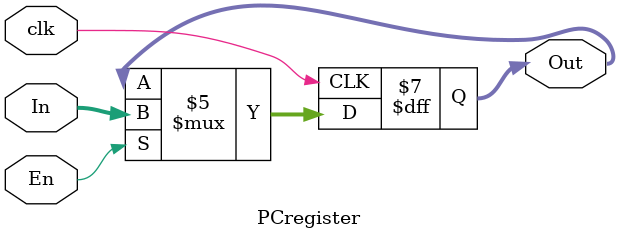
<source format=v>
module PCregister(In,Out,En,clk);

	input En,clk;
	input [31:0] In;
	
	output reg [31:0] Out=0;

	always @(negedge clk)
	begin
	if(En==1'b1) Out = In;
	end
	
endmodule

</source>
